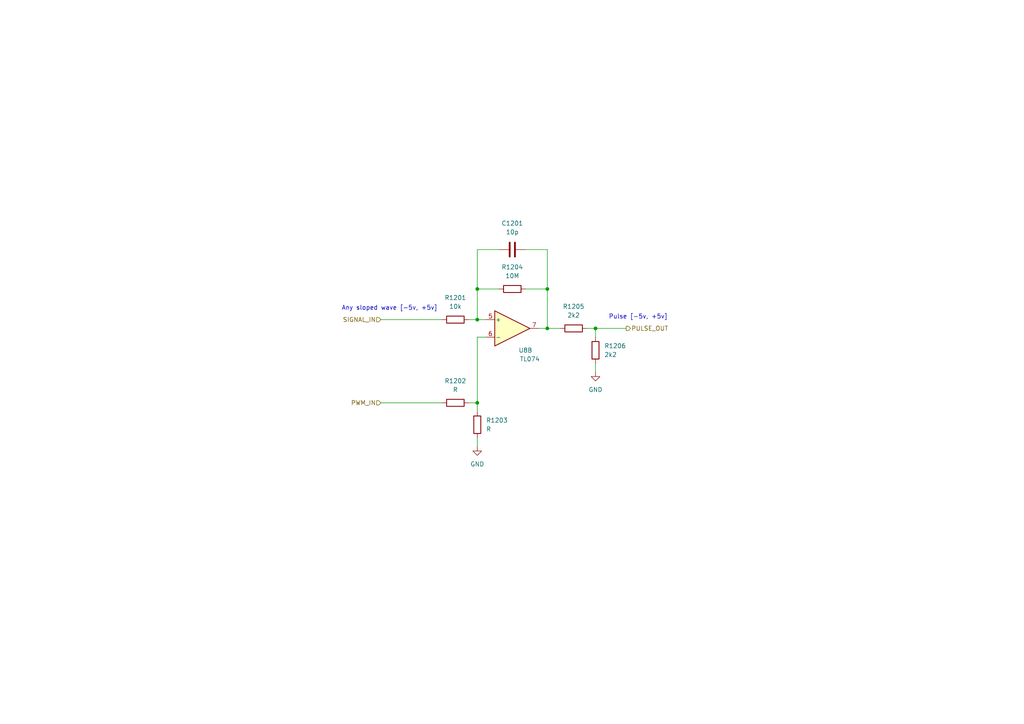
<source format=kicad_sch>
(kicad_sch (version 20211123) (generator eeschema)
  (paper "A4")
  (title_block (title "Josh Ox Ribon Synth Main VCO board") (date "2022-06-18") (rev "0") (comment 2 "creativecommons.org/licences/by/4.0") (comment 3 "license: CC by 4.0") (comment 4 "Author: Jordan Acete"))
  (lib_symbols
    (symbol "Amplifier_Operational:TL074" (pin_names (offset 0.127))
      (property "Reference" "U" (at 0 5.08 0))
      (property "Value" "TL074" (at 0 -5.08 0))
      (symbol "TL074_1_1"
        (polyline (pts (xy -5.08 5.08) (xy 5.08 0) (xy -5.08 -5.08) (xy -5.08 5.08)) (stroke (width 0.254)) (fill (type background)))
        (pin output line (at 7.62 0 180) (length 2.54) (name "~") (number "1"))
        (pin input line (at -7.62 -2.54 0) (length 2.54) (name "-") (number "2"))
        (pin input line (at -7.62 2.54 0) (length 2.54) (name "+") (number "3"))
      )
      (symbol "TL074_2_1"
        (polyline (pts (xy -5.08 5.08) (xy 5.08 0) (xy -5.08 -5.08) (xy -5.08 5.08)) (stroke (width 0.254)) (fill (type background)))
        (pin input line (at -7.62 2.54 0) (length 2.54) (name "+") (number "5"))
        (pin input line (at -7.62 -2.54 0) (length 2.54) (name "-") (number "6"))
        (pin output line (at 7.62 0 180) (length 2.54) (name "~") (number "7"))
      )
      (symbol "TL074_3_1"
        (polyline (pts (xy -5.08 5.08) (xy 5.08 0) (xy -5.08 -5.08) (xy -5.08 5.08)) (stroke (width 0.254)) (fill (type background)))
        (pin input line (at -7.62 2.54 0) (length 2.54) (name "+") (number "10"))
        (pin output line (at 7.62 0 180) (length 2.54) (name "~") (number "8"))
        (pin input line (at -7.62 -2.54 0) (length 2.54) (name "-") (number "9"))
      )
      (symbol "TL074_4_1"
        (polyline (pts (xy -5.08 5.08) (xy 5.08 0) (xy -5.08 -5.08) (xy -5.08 5.08)) (stroke (width 0.254)) (fill (type background)))
        (pin input line (at -7.62 2.54 0) (length 2.54) (name "+") (number "12"))
        (pin input line (at -7.62 -2.54 0) (length 2.54) (name "-") (number "13"))
        (pin output line (at 7.62 0 180) (length 2.54) (name "~") (number "14"))
      )
      (symbol "TL074_5_1"
        (pin power_in line (at -2.54 -7.62 90) (length 3.81) (name "V-") (number "11"))
        (pin power_in line (at -2.54 7.62 270) (length 3.81) (name "V+") (number "4"))
      )
    )
    (symbol "Device:C" (pin_numbers hide) (pin_names (offset 0.254))
      (property "Reference" "C" (at 0.635 2.54 0))
      (property "Value" "C" (at 0.635 -2.54 0))
      (symbol "C_0_1"
        (polyline (pts (xy -2.032 -0.762) (xy 2.032 -0.762)) (stroke (width 0.508)))
        (polyline (pts (xy -2.032 0.762) (xy 2.032 0.762)) (stroke (width 0.508)))
      )
      (symbol "C_1_1"
        (pin passive line (at 0 3.81 270) (length 2.794) (name "~") (number "1"))
        (pin passive line (at 0 -3.81 90) (length 2.794) (name "~") (number "2"))
      )
    )
    (symbol "Device:R" (pin_numbers hide) (pin_names (offset 0))
      (property "Reference" "R" (at 2.032 0 90))
      (property "Value" "R" (at 0 0 90))
      (symbol "R_0_1"
        (rectangle (start -1.016 -2.54) (end 1.016 2.54) (stroke (width 0.254)))
      )
      (symbol "R_1_1"
        (pin passive line (at 0 3.81 270) (length 1.27) (name "~") (number "1"))
        (pin passive line (at 0 -3.81 90) (length 1.27) (name "~") (number "2"))
      )
    )
    (symbol "power:GND" (power) (pin_names (offset 0))
      (property "Value" "GND" (at 0 -3.81 0))
      (symbol "GND_0_1"
        (polyline (pts (xy 0 0) (xy 0 -1.27) (xy 1.27 -1.27) (xy 0 -2.54) (xy -1.27 -1.27) (xy 0 -1.27)))
      )
      (symbol "GND_1_1"
        (pin power_in line (at 0 0 270) (length 0) hide (name "GND") (number "1"))
      )
    )
  )
  (junction (at 172.72 95.25))
  (junction (at 158.75 83.82))
  (junction (at 138.43 83.82))
  (junction (at 138.43 92.71))
  (junction (at 158.75 95.25))
  (junction (at 138.43 116.84))
  (wire (pts (xy 158.75 95.25) (xy 158.75 83.82)))
  (wire (pts (xy 135.89 116.84) (xy 138.43 116.84)))
  (wire (pts (xy 138.43 83.82) (xy 144.78 83.82)))
  (wire (pts (xy 138.43 127) (xy 138.43 129.54)))
  (wire (pts (xy 158.75 72.39) (xy 152.4 72.39)))
  (wire (pts (xy 138.43 92.71) (xy 138.43 83.82)))
  (wire (pts (xy 158.75 83.82) (xy 158.75 72.39)))
  (wire (pts (xy 152.4 83.82) (xy 158.75 83.82)))
  (wire (pts (xy 138.43 116.84) (xy 138.43 97.79)))
  (wire (pts (xy 172.72 105.41) (xy 172.72 107.95)))
  (wire (pts (xy 156.21 95.25) (xy 158.75 95.25)))
  (wire (pts (xy 110.49 92.71) (xy 128.27 92.71)))
  (wire (pts (xy 138.43 92.71) (xy 140.97 92.71)))
  (wire (pts (xy 172.72 95.25) (xy 181.61 95.25)))
  (wire (pts (xy 138.43 72.39) (xy 138.43 83.82)))
  (wire (pts (xy 110.49 116.84) (xy 128.27 116.84)))
  (wire (pts (xy 135.89 92.71) (xy 138.43 92.71)))
  (wire (pts (xy 144.78 72.39) (xy 138.43 72.39)))
  (wire (pts (xy 138.43 97.79) (xy 140.97 97.79)))
  (wire (pts (xy 158.75 95.25) (xy 162.56 95.25)))
  (wire (pts (xy 138.43 119.38) (xy 138.43 116.84)))
  (wire (pts (xy 172.72 95.25) (xy 170.18 95.25)))
  (wire (pts (xy 172.72 97.79) (xy 172.72 95.25)))
  (text "Any sloped wave [-5v, +5v]" (at 99.06 90.17 0) (effects (font (size 1.27 1.27)) (justify left bottom)))
  (text "Pulse [-5v, +5v]" (at 176.53 92.71 0) (effects (font (size 1.27 1.27)) (justify left bottom)))
  (hierarchical_label "PULSE_OUT" (shape output) (at 181.61 95.25 0))
  (hierarchical_label "SIGNAL_IN" (shape input) (at 110.49 92.71 180))
  (hierarchical_label "PWM_IN" (shape input) (at 110.49 116.84 180))
  (symbol (lib_id "Device:R") (at 132.08 92.71 90) (unit 1)
    (property "Reference" "R1201" (at 132.08 86.36 90))
    (property "Value" "10k" (at 132.08 88.9 90))
    (property "Footprint" "Resistor_SMD:R_0805_2012Metric" (effects hide))
  )
  (symbol (lib_id "Device:R") (at 166.37 95.25 90) (unit 1)
    (property "Reference" "R1205" (at 166.37 88.9 90))
    (property "Value" "2k2" (at 166.37 91.44 90))
    (property "Footprint" "Resistor_SMD:R_0805_2012Metric" (effects hide))
  )
  (symbol (lib_id "Device:C") (at 148.59 72.39 90) (unit 1)
    (property "Reference" "C1201" (at 148.59 64.77 90))
    (property "Value" "10p" (at 148.59 67.31 90))
    (property "Footprint" "Capacitor_SMD:C_0805_2012Metric" (effects hide))
  )
  (symbol (lib_id "Amplifier_Operational:TL074") (at 148.59 95.25 0) (unit 2)
    (property "Reference" "U8" (at 152.4 101.6 0))
    (property "Value" "TL074" (at 153.67 104.14 0))
    (property "Footprint" "Package_SO:SOIC-14_3.9x8.7mm_P1.27mm" (effects hide))
    (property "Datasheet" "http://www.ti.com/lit/ds/symlink/tl071.pdf" (effects hide))
  )
  (symbol (lib_id "Device:R") (at 132.08 116.84 90) (unit 1)
    (property "Reference" "R1202" (at 132.08 110.49 90))
    (property "Value" "R" (at 132.08 113.03 90))
    (property "Footprint" "Resistor_SMD:R_0805_2012Metric" (effects hide))
  )
  (symbol (lib_id "Device:R") (at 172.72 101.6 180) (unit 1)
    (property "Reference" "R1206" (at 175.26 100.3299 0) (effects (justify right)))
    (property "Value" "2k2" (at 175.26 102.8699 0) (effects (justify right)))
    (property "Footprint" "Resistor_SMD:R_0805_2012Metric" (effects hide))
  )
  (symbol (lib_id "Device:R") (at 148.59 83.82 90) (unit 1)
    (property "Reference" "R1204" (at 148.59 77.47 90))
    (property "Value" "10M" (at 148.59 80.01 90))
    (property "Footprint" "Resistor_SMD:R_0805_2012Metric" (effects hide))
  )
  (symbol (lib_id "power:GND") (at 172.72 107.95 0) (unit 1)
    (property "Reference" "#PWR01202" (effects hide))
    (property "Value" "GND" (at 172.72 113.03 0))
  )
  (symbol (lib_id "power:GND") (at 138.43 129.54 0) (unit 1)
    (property "Reference" "#PWR01201" (effects hide))
    (property "Value" "GND" (at 138.43 134.62 0))
  )
  (symbol (lib_id "Device:R") (at 138.43 123.19 0) (unit 1)
    (property "Reference" "R1203" (at 140.97 121.9199 0) (effects (justify left)))
    (property "Value" "R" (at 140.97 124.4599 0) (effects (justify left)))
    (property "Footprint" "Resistor_SMD:R_0805_2012Metric" (effects hide))
  )
)
</source>
